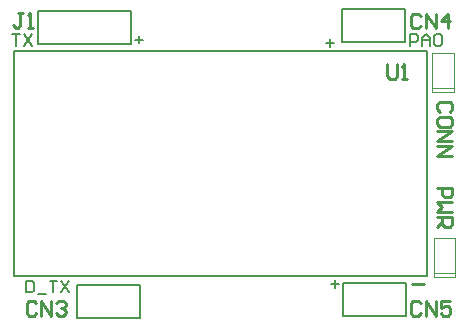
<source format=gto>
G04*
G04 #@! TF.GenerationSoftware,Altium Limited,Altium Designer,21.4.1 (30)*
G04*
G04 Layer_Color=65535*
%FSLAX44Y44*%
%MOMM*%
G71*
G04*
G04 #@! TF.SameCoordinates,1B399950-D3B7-4EFA-8D0F-ABCAEF693611*
G04*
G04*
G04 #@! TF.FilePolarity,Positive*
G04*
G01*
G75*
%ADD10C,0.2000*%
%ADD11C,0.1500*%
%ADD12C,0.1000*%
%ADD13C,0.2540*%
%ADD14C,0.2500*%
D10*
X294380Y43470D02*
X347720D01*
X294380Y15530D02*
Y43470D01*
Y15530D02*
X347720D01*
Y43470D01*
X35900Y273990D02*
X114640D01*
X35900Y246050D02*
Y273990D01*
Y246050D02*
X114640D01*
Y273990D01*
X68630Y14030D02*
Y41970D01*
X121970D01*
Y14030D02*
Y41970D01*
X68630Y14030D02*
X121970D01*
X293530Y247530D02*
Y275470D01*
X346870D01*
Y247530D02*
Y275470D01*
X293530Y247530D02*
X346870D01*
X14250Y254247D02*
X20914D01*
X17582D01*
Y244250D01*
X24247Y254247D02*
X30911Y244250D01*
Y254247D02*
X24247Y244250D01*
X25750Y45663D02*
Y35666D01*
X30748D01*
X32415Y37332D01*
Y43997D01*
X30748Y45663D01*
X25750D01*
X35747Y34000D02*
X42411D01*
X45744Y45663D02*
X52408D01*
X49076D01*
Y35666D01*
X55740Y45663D02*
X62405Y35666D01*
Y45663D02*
X55740Y35666D01*
X351000Y244750D02*
Y254747D01*
X355998D01*
X357664Y253081D01*
Y249748D01*
X355998Y248082D01*
X351000D01*
X360997Y244750D02*
Y251415D01*
X364329Y254747D01*
X367661Y251415D01*
Y244750D01*
Y249748D01*
X360997D01*
X370994Y253081D02*
X372660Y254747D01*
X375992D01*
X377658Y253081D01*
Y246416D01*
X375992Y244750D01*
X372660D01*
X370994Y246416D01*
Y253081D01*
X280000Y247082D02*
X286665D01*
X283332Y250415D02*
Y243750D01*
X118500Y249832D02*
X125164D01*
X121832Y253165D02*
Y246500D01*
X284000Y42832D02*
X290665D01*
X287332Y46164D02*
Y39500D01*
D11*
X15270Y240020D02*
X365270D01*
X15270Y50020D02*
Y240020D01*
X365270Y50020D02*
Y240020D01*
X15270Y50020D02*
X365270D01*
D12*
X370000Y238750D02*
X388000D01*
Y205750D02*
Y238750D01*
X370000Y205750D02*
Y238750D01*
Y205750D02*
X388000D01*
X370000Y208750D02*
X388000D01*
X371250Y81750D02*
X389250D01*
Y48750D02*
Y81750D01*
X371250Y48750D02*
Y81750D01*
Y48750D02*
X389250D01*
X371250Y51750D02*
X389250D01*
D13*
X353040Y43040D02*
X363197D01*
D14*
X384413Y188669D02*
X386496Y190752D01*
Y194917D01*
X384413Y197000D01*
X376083D01*
X374000Y194917D01*
Y190752D01*
X376083Y188669D01*
X386496Y178256D02*
Y182421D01*
X384413Y184504D01*
X376083D01*
X374000Y182421D01*
Y178256D01*
X376083Y176173D01*
X384413D01*
X386496Y178256D01*
X374000Y172008D02*
X386496D01*
X374000Y163678D01*
X386496D01*
X374000Y159512D02*
X386496D01*
X374000Y151181D01*
X386496D01*
X374000Y124500D02*
X386496D01*
Y118252D01*
X384413Y116169D01*
X380248D01*
X378165Y118252D01*
Y124500D01*
X386496Y112004D02*
X374000D01*
X378165Y107839D01*
X374000Y103673D01*
X386496D01*
X374000Y99508D02*
X386496D01*
Y93260D01*
X384413Y91178D01*
X380248D01*
X378165Y93260D01*
Y99508D01*
Y95343D02*
X374000Y91178D01*
X23250Y272498D02*
X19085D01*
X21167D01*
Y262085D01*
X19085Y260002D01*
X17002D01*
X14919Y262085D01*
X27415Y260002D02*
X31581D01*
X29498D01*
Y272498D01*
X27415Y270415D01*
X331669Y228998D02*
Y218585D01*
X333752Y216502D01*
X337917D01*
X340000Y218585D01*
Y228998D01*
X344165Y216502D02*
X348331D01*
X346248D01*
Y228998D01*
X344165Y226915D01*
X360169Y26415D02*
X358087Y28498D01*
X353921D01*
X351839Y26415D01*
Y18085D01*
X353921Y16002D01*
X358087D01*
X360169Y18085D01*
X364335Y16002D02*
Y28498D01*
X372665Y16002D01*
Y28498D01*
X385161D02*
X376831D01*
Y22250D01*
X380996Y24333D01*
X383079D01*
X385161Y22250D01*
Y18085D01*
X383079Y16002D01*
X378913D01*
X376831Y18085D01*
X360169Y269665D02*
X358087Y271748D01*
X353921D01*
X351839Y269665D01*
Y261335D01*
X353921Y259252D01*
X358087D01*
X360169Y261335D01*
X364335Y259252D02*
Y271748D01*
X372665Y259252D01*
Y271748D01*
X383079Y259252D02*
Y271748D01*
X376831Y265500D01*
X385161D01*
X34669Y26415D02*
X32587Y28498D01*
X28421D01*
X26339Y26415D01*
Y18085D01*
X28421Y16002D01*
X32587D01*
X34669Y18085D01*
X38835Y16002D02*
Y28498D01*
X47165Y16002D01*
Y28498D01*
X51331Y26415D02*
X53413Y28498D01*
X57579D01*
X59661Y26415D01*
Y24333D01*
X57579Y22250D01*
X55496D01*
X57579D01*
X59661Y20167D01*
Y18085D01*
X57579Y16002D01*
X53413D01*
X51331Y18085D01*
M02*

</source>
